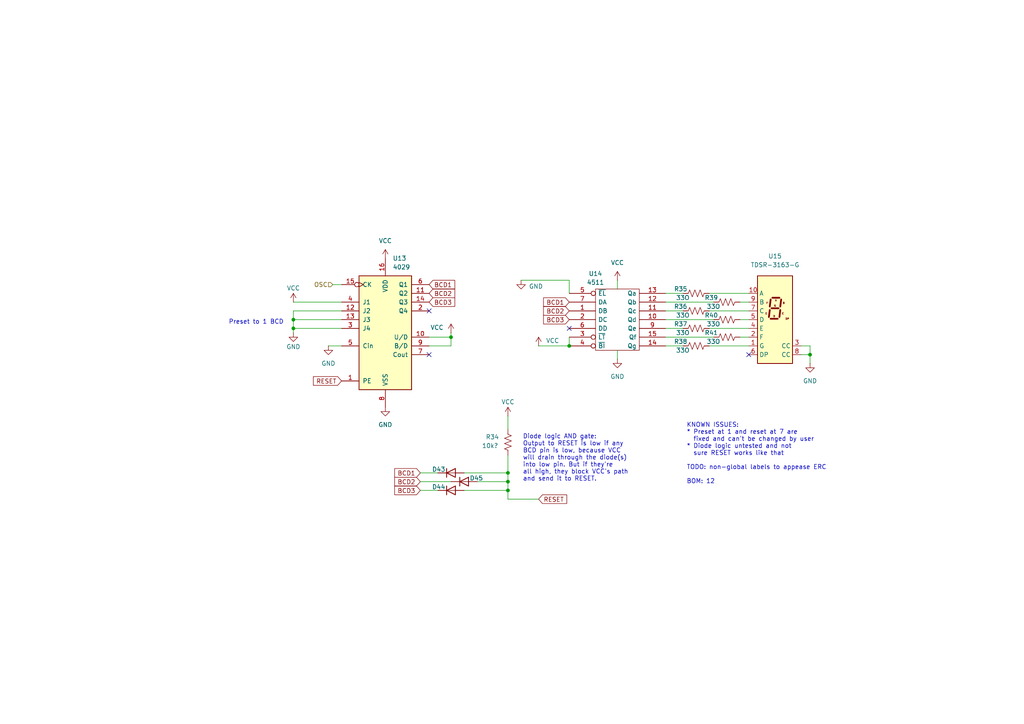
<source format=kicad_sch>
(kicad_sch (version 20250114) (generator "eeschema") (generator_version "9.0")
  (paper "A4")
  (lib_symbols
    (symbol "4xxx:4029" (pin_names (offset 1.016))
      (property "Reference" "U" (at -7.62 16.51 0))
      (property "Value" "4029" (at -7.62 -19.05 0))
      (symbol "4029_1_0"
        (pin input inverted_clock (at -12.7 12.7 0) (length 5.08) (name "CK") (number "15"))
        (pin input line (at -12.7 7.62 0) (length 5.08) (name "J1") (number "4"))
        (pin input line (at -12.7 5.08 0) (length 5.08) (name "J2") (number "12"))
        (pin input line (at -12.7 2.54 0) (length 5.08) (name "J3") (number "13"))
        (pin input line (at -12.7 0 0) (length 5.08) (name "J4") (number "3"))
        (pin input line (at -12.7 -5.08 0) (length 5.08) (name "Cin") (number "5"))
        (pin input line (at -12.7 -15.24 0) (length 5.08) (name "PE") (number "1"))
        (pin power_in line (at 0 20.32 270) (length 5.08) (name "VDD") (number "16"))
        (pin power_in line (at 0 -22.86 90) (length 5.08) (name "VSS") (number "8"))
        (pin output line (at 12.7 12.7 180) (length 5.08) (name "Q1") (number "6"))
        (pin output line (at 12.7 10.16 180) (length 5.08) (name "Q2") (number "11"))
        (pin output line (at 12.7 7.62 180) (length 5.08) (name "Q3") (number "14"))
        (pin output line (at 12.7 5.08 180) (length 5.08) (name "Q4") (number "2"))
        (pin input line (at 12.7 -2.54 180) (length 5.08) (name "U/D") (number "10"))
        (pin input line (at 12.7 -5.08 180) (length 5.08) (name "B/D") (number "9"))
        (pin output line (at 12.7 -7.62 180) (length 5.08) (name "Cout") (number "7"))
      )
      (symbol "4029_1_1"
        (rectangle (start -7.62 15.24) (end 7.62 -17.78) (stroke (width 0.254)) (fill (type background)))
      )
    )
    (symbol "4xxx_IEEE:4511" (pin_names (offset 0.762))
      (property "Reference" "U" (at 8.89 11.43 0))
      (property "Value" "4511" (at 8.89 -11.43 0))
      (symbol "4511_0_1"
        (rectangle (start -6.35 8.89) (end 6.35 -8.89))
      )
      (symbol "4511_1_1"
        (pin input inverted (at -13.97 7.62 0) (length 7.62) (name "~{EL}") (number "5"))
        (pin input line (at -13.97 5.08 0) (length 7.62) (name "DA") (number "7"))
        (pin input line (at -13.97 2.54 0) (length 7.62) (name "DB") (number "1"))
        (pin input line (at -13.97 0 0) (length 7.62) (name "DC") (number "2"))
        (pin input line (at -13.97 -2.54 0) (length 7.62) (name "DD") (number "6"))
        (pin input inverted (at -13.97 -5.08 0) (length 7.62) (name "~{LT}") (number "3"))
        (pin input inverted (at -13.97 -7.62 0) (length 7.62) (name "~{BI}") (number "4"))
        (pin power_in line (at 0 8.89 270) (length 0) (hide yes) (name "Vdd") (number "16"))
        (pin power_in line (at 0 -8.89 90) (length 0) (hide yes) (name "Vss") (number "8"))
        (pin output line (at 13.97 7.62 180) (length 7.62) (name "Qa") (number "13"))
        (pin output line (at 13.97 5.08 180) (length 7.62) (name "Qb") (number "12"))
        (pin output line (at 13.97 2.54 180) (length 7.62) (name "Qc") (number "11"))
        (pin output line (at 13.97 0 180) (length 7.62) (name "Qd") (number "10"))
        (pin output line (at 13.97 -2.54 180) (length 7.62) (name "Qe") (number "9"))
        (pin output line (at 13.97 -5.08 180) (length 7.62) (name "Qf") (number "15"))
        (pin output line (at 13.97 -7.62 180) (length 7.62) (name "Qg") (number "14"))
      )
    )
    (symbol "Device:R_US" (pin_numbers (hide yes)) (pin_names (offset 0))
      (property "Reference" "R" (at 2.54 0 90))
      (property "Value" "R_US" (at -2.54 0 90))
      (symbol "R_US_0_1"
        (polyline (pts (xy 0 2.286) (xy 0 2.54)))
        (polyline (pts (xy 0 2.286) (xy 1.016 1.905) (xy 0 1.524) (xy -1.016 1.143) (xy 0 0.762)))
        (polyline (pts (xy 0 0.762) (xy 1.016 0.381) (xy 0 0) (xy -1.016 -0.381) (xy 0 -0.762)))
        (polyline (pts (xy 0 -0.762) (xy 1.016 -1.143) (xy 0 -1.524) (xy -1.016 -1.905) (xy 0 -2.286)))
        (polyline (pts (xy 0 -2.286) (xy 0 -2.54)))
      )
      (symbol "R_US_1_1"
        (pin passive line (at 0 3.81 270) (length 1.27) (name "~") (number "1"))
        (pin passive line (at 0 -3.81 90) (length 1.27) (name "~") (number "2"))
      )
    )
    (symbol "Diode:1N4148WT" (pin_numbers (hide yes)) (pin_names (hide yes))
      (property "Reference" "D" (at 0 2.54 0))
      (property "Value" "1N4148WT" (at 0 -2.54 0))
      (symbol "1N4148WT_0_1"
        (polyline (pts (xy -1.27 1.27) (xy -1.27 -1.27)) (stroke (width 0.254)))
        (polyline (pts (xy 1.27 1.27) (xy 1.27 -1.27) (xy -1.27 0) (xy 1.27 1.27)) (stroke (width 0.254)))
        (polyline (pts (xy 1.27 0) (xy -1.27 0)))
      )
      (symbol "1N4148WT_1_1"
        (pin passive line (at -3.81 0 0) (length 2.54) (name "K") (number "1"))
        (pin passive line (at 3.81 0 180) (length 2.54) (name "A") (number "2"))
      )
    )
    (symbol "GND_1" (power) (pin_numbers (hide yes)) (pin_names (offset 0) (hide yes))
      (property "Value" "GND" (at 0 -3.81 0))
      (symbol "GND_1_0_1"
        (polyline (pts (xy 0 0) (xy 0 -1.27) (xy 1.27 -1.27) (xy 0 -2.54) (xy -1.27 -1.27) (xy 0 -1.27)))
      )
      (symbol "GND_1_1_1"
        (pin power_in line (at 0 0 270) (length 0) (name "~") (number "1"))
      )
    )
    (symbol "VCC_1" (power) (pin_numbers (hide yes)) (pin_names (offset 0) (hide yes))
      (property "Value" "VCC" (at 0 3.556 0))
      (symbol "VCC_1_0_1"
        (polyline (pts (xy -0.762 1.27) (xy 0 2.54)))
        (polyline (pts (xy 0 2.54) (xy 0.762 1.27)))
        (polyline (pts (xy 0 0) (xy 0 2.54)))
      )
      (symbol "VCC_1_1_1"
        (pin power_in line (at 0 0 90) (length 0) (name "~") (number "1"))
      )
    )
    (symbol "parts_cafe:TDSR-3163-G"
      (property "Reference" "U" (at 0 0 0))
      (property "Value" "TDSR-3163-G" (at 2.54 -29.21 0))
      (symbol "TDSR-3163-G_0_0"
        (text "E" (at 2.54 -12.192 0) (effects (font (size 0.508 0.508))))
        (text "F" (at 2.794 -9.144 0) (effects (font (size 0.508 0.508))))
        (text "D" (at 4.826 -12.954 0) (effects (font (size 0.508 0.508))))
        (text "G" (at 5.08 -9.906 0) (effects (font (size 0.508 0.508))))
        (text "A" (at 5.334 -8.382 0) (effects (font (size 0.508 0.508))))
        (text "C" (at 7.366 -12.192 0) (effects (font (size 0.508 0.508))))
        (text "B" (at 7.62 -9.144 0) (effects (font (size 0.508 0.508))))
        (text "DP" (at 8.636 -13.716 0) (effects (font (size 0.508 0.508))))
      )
      (symbol "TDSR-3163-G_0_1"
        (rectangle (start 0 -1.27) (end 10.16 -26.67) (stroke (width 0.254)) (fill (type background)))
        (polyline (pts (xy 3.556 -11.176) (xy 3.302 -13.208)) (stroke (width 0.508)))
        (polyline (pts (xy 3.81 -8.128) (xy 3.556 -10.16)) (stroke (width 0.508)))
        (polyline (pts (xy 3.81 -13.716) (xy 5.842 -13.716)) (stroke (width 0.508)))
        (polyline (pts (xy 4.064 -10.668) (xy 6.096 -10.668)) (stroke (width 0.508)))
        (polyline (pts (xy 4.318 -7.62) (xy 6.35 -7.62)) (stroke (width 0.508)))
        (polyline (pts (xy 6.604 -11.176) (xy 6.35 -13.208)) (stroke (width 0.508)))
        (polyline (pts (xy 6.858 -8.128) (xy 6.604 -10.16)) (stroke (width 0.508)))
        (polyline (pts (xy 7.62 -13.716) (xy 7.62 -13.716)) (stroke (width 0.508)))
      )
      (symbol "TDSR-3163-G_1_1"
        (pin input line (at -2.54 -6.35 0) (length 2.54) (name "A") (number "10"))
        (pin input line (at -2.54 -8.89 0) (length 2.54) (name "B") (number "9"))
        (pin input line (at -2.54 -11.43 0) (length 2.54) (name "C") (number "7"))
        (pin input line (at -2.54 -13.97 0) (length 2.54) (name "D") (number "5"))
        (pin input line (at -2.54 -16.51 0) (length 2.54) (name "E") (number "4"))
        (pin input line (at -2.54 -19.05 0) (length 2.54) (name "F") (number "2"))
        (pin input line (at -2.54 -21.59 0) (length 2.54) (name "G") (number "1"))
        (pin input line (at -2.54 -24.13 0) (length 2.54) (name "DP") (number "6"))
        (pin input line (at 12.7 -21.59 180) (length 2.54) (name "CC") (number "3"))
        (pin input line (at 12.7 -24.13 180) (length 2.54) (name "CC") (number "8"))
      )
    )
  )
  (text "Diode logic AND gate:\nOutput to RESET is low if any\nBCD pin is low, because VCC\nwill drain through the diode(s)\ninto low pin. But if they're\nall high, they block VCC's path\nand send it to RESET." (at 151.638 132.842 0) (effects (font (size 1.27 1.27)) (justify left)))
  (text "KNOWN ISSUES:\n* Preset at 1 and reset at 7 are\n  fixed and can't be changed by user\n* Diode logic untested and not\n  sure RESET works like that\n\nTODO: non-global labels to appease ERC\n\nBOM: 12" (at 199.136 140.462 0) (effects (font (size 1.27 1.27)) (justify left bottom)))
  (text "Preset to 1 BCD" (at 82.296 93.472 0) (effects (font (size 1.27 1.27)) (justify right)))
  (junction (at 147.32 139.7))
  (junction (at 85.09 95.25))
  (junction (at 147.32 142.24))
  (junction (at 234.95 102.87))
  (junction (at 85.09 92.71))
  (junction (at 165.1 100.33))
  (junction (at 147.32 137.16))
  (junction (at 130.81 97.79))
  (no_connect (at 165.1 95.25))
  (no_connect (at 217.17 102.87))
  (no_connect (at 124.46 90.17))
  (no_connect (at 124.46 102.87))
  (wire (pts (xy 134.62 137.16) (xy 147.32 137.16)))
  (wire (pts (xy 121.92 142.24) (xy 127 142.24)))
  (wire (pts (xy 85.09 96.52) (xy 85.09 95.25)))
  (wire (pts (xy 179.07 104.14) (xy 179.07 101.6)))
  (wire (pts (xy 193.04 90.17) (xy 198.12 90.17)))
  (wire (pts (xy 96.52 82.55) (xy 99.06 82.55)))
  (wire (pts (xy 165.1 81.28) (xy 165.1 85.09)))
  (wire (pts (xy 232.41 100.33) (xy 234.95 100.33)))
  (wire (pts (xy 193.04 87.63) (xy 207.01 87.63)))
  (wire (pts (xy 193.04 95.25) (xy 198.12 95.25)))
  (wire (pts (xy 147.32 139.7) (xy 147.32 142.24)))
  (wire (pts (xy 85.09 92.71) (xy 99.06 92.71)))
  (wire (pts (xy 179.07 81.28) (xy 179.07 83.82)))
  (wire (pts (xy 165.1 97.79) (xy 165.1 100.33)))
  (wire (pts (xy 214.63 87.63) (xy 217.17 87.63)))
  (wire (pts (xy 85.09 87.63) (xy 99.06 87.63)))
  (wire (pts (xy 147.32 132.08) (xy 147.32 137.16)))
  (wire (pts (xy 95.25 100.33) (xy 99.06 100.33)))
  (wire (pts (xy 214.63 97.79) (xy 217.17 97.79)))
  (wire (pts (xy 205.74 100.33) (xy 217.17 100.33)))
  (wire (pts (xy 130.81 96.52) (xy 130.81 97.79)))
  (wire (pts (xy 85.09 95.25) (xy 99.06 95.25)))
  (wire (pts (xy 151.13 81.28) (xy 165.1 81.28)))
  (wire (pts (xy 193.04 85.09) (xy 198.12 85.09)))
  (wire (pts (xy 147.32 120.65) (xy 147.32 124.46)))
  (wire (pts (xy 130.81 97.79) (xy 130.81 100.33)))
  (wire (pts (xy 85.09 90.17) (xy 85.09 92.71)))
  (wire (pts (xy 193.04 92.71) (xy 207.01 92.71)))
  (wire (pts (xy 193.04 97.79) (xy 207.01 97.79)))
  (wire (pts (xy 147.32 144.78) (xy 156.21 144.78)))
  (wire (pts (xy 205.74 85.09) (xy 217.17 85.09)))
  (wire (pts (xy 124.46 97.79) (xy 130.81 97.79)))
  (wire (pts (xy 99.06 90.17) (xy 85.09 90.17)))
  (wire (pts (xy 121.92 139.7) (xy 130.81 139.7)))
  (wire (pts (xy 214.63 92.71) (xy 217.17 92.71)))
  (wire (pts (xy 205.74 95.25) (xy 217.17 95.25)))
  (wire (pts (xy 234.95 100.33) (xy 234.95 102.87)))
  (wire (pts (xy 234.95 102.87) (xy 234.95 105.41)))
  (wire (pts (xy 156.21 100.33) (xy 165.1 100.33)))
  (wire (pts (xy 193.04 100.33) (xy 198.12 100.33)))
  (wire (pts (xy 130.81 100.33) (xy 124.46 100.33)))
  (wire (pts (xy 134.62 142.24) (xy 147.32 142.24)))
  (wire (pts (xy 232.41 102.87) (xy 234.95 102.87)))
  (wire (pts (xy 121.92 137.16) (xy 127 137.16)))
  (wire (pts (xy 147.32 142.24) (xy 147.32 144.78)))
  (wire (pts (xy 85.09 92.71) (xy 85.09 95.25)))
  (wire (pts (xy 138.43 139.7) (xy 147.32 139.7)))
  (wire (pts (xy 147.32 137.16) (xy 147.32 139.7)))
  (wire (pts (xy 205.74 90.17) (xy 217.17 90.17)))
  (global_label "BCD1" (shape input) (at 124.46 82.55 0) (property "Intersheetrefs" "${INTERSHEET_REFS}" (effects (hide yes))))
  (global_label "BCD1" (shape input) (at 121.92 137.16 180) (property "Intersheetrefs" "${INTERSHEET_REFS}" (effects (hide yes))))
  (global_label "BCD1" (shape input) (at 165.1 87.63 180) (property "Intersheetrefs" "${INTERSHEET_REFS}" (effects (hide yes))))
  (global_label "BCD2" (shape input) (at 165.1 90.17 180) (property "Intersheetrefs" "${INTERSHEET_REFS}" (effects (hide yes))))
  (global_label "RESET" (shape input) (at 99.06 110.49 180) (property "Intersheetrefs" "${INTERSHEET_REFS}" (effects (hide yes))))
  (global_label "BCD2" (shape input) (at 124.46 85.09 0) (property "Intersheetrefs" "${INTERSHEET_REFS}" (effects (hide yes))))
  (global_label "BCD2" (shape input) (at 121.92 139.7 180) (property "Intersheetrefs" "${INTERSHEET_REFS}" (effects (hide yes))))
  (global_label "BCD3" (shape input) (at 124.46 87.63 0) (property "Intersheetrefs" "${INTERSHEET_REFS}" (effects (hide yes))))
  (global_label "RESET" (shape input) (at 156.21 144.78 0) (property "Intersheetrefs" "${INTERSHEET_REFS}" (effects (hide yes))))
  (global_label "BCD3" (shape input) (at 121.92 142.24 180) (property "Intersheetrefs" "${INTERSHEET_REFS}" (effects (hide yes))))
  (global_label "BCD3" (shape input) (at 165.1 92.71 180) (property "Intersheetrefs" "${INTERSHEET_REFS}" (effects (hide yes))))
  (hierarchical_label "OSC" (shape input) (at 96.52 82.55 180))
  (symbol (lib_id "4xxx_IEEE:4511") (at 179.07 92.71 0) (unit 1)
    (property "Reference" "U14" (at 172.72 79.375 0))
    (property "Value" "4511" (at 172.72 81.915 0))
  )
  (symbol (lib_id "Diode:1N4148WT") (at 130.81 137.16 0) (unit 1)
    (property "Reference" "D43" (at 127.254 136.144 0))
    (property "Value" "1N4148WT" (effects (hide yes)))
    (property "Footprint" "Diode_SMD:D_SOD-523" (effects (hide yes)))
    (property "Datasheet" "https://www.diodes.com/assets/Datasheets/ds30396.pdf" (effects (hide yes)))
    (property "Description" "75V 0.15A Fast switching Diode, SOD-523" (effects (hide yes)))
    (property "Sim.Device" "D" (effects (hide yes)))
    (property "Sim.Pins" "1=K 2=A" (effects (hide yes)))
  )
  (symbol (lib_name "GND_1") (lib_id "power:GND") (at 95.25 100.33 0) (unit 1)
    (property "Reference" "#PWR042" (effects (hide yes)))
    (property "Value" "GND" (at 95.25 105.41 0))
    (property "Description" "Power symbol creates a global label with name \"GND\" , ground" (effects (hide yes)))
  )
  (symbol (lib_id "parts_cafe:TDSR-3163-G") (at 219.71 78.74 0) (unit 1)
    (property "Reference" "U15" (at 224.79 74.295 0))
    (property "Value" "TDSR-3163-G" (at 224.79 76.835 0))
  )
  (symbol (lib_name "VCC_1") (lib_id "power:VCC") (at 130.81 96.52 0) (mirror y) (unit 1)
    (property "Reference" "#PWR045" (effects (hide yes)))
    (property "Value" "VCC" (at 126.746 94.996 0))
    (property "Description" "Power symbol creates a global label with name \"VCC\"" (effects (hide yes)))
  )
  (symbol (lib_id "Diode:1N4148WT") (at 130.81 142.24 0) (unit 1)
    (property "Reference" "D44" (at 127.254 141.224 0))
    (property "Value" "1N4148WT" (effects (hide yes)))
    (property "Footprint" "Diode_SMD:D_SOD-523" (effects (hide yes)))
    (property "Datasheet" "https://www.diodes.com/assets/Datasheets/ds30396.pdf" (effects (hide yes)))
    (property "Description" "75V 0.15A Fast switching Diode, SOD-523" (effects (hide yes)))
    (property "Sim.Device" "D" (effects (hide yes)))
    (property "Sim.Pins" "1=K 2=A" (effects (hide yes)))
  )
  (symbol (lib_name "GND_1") (lib_id "power:GND") (at 179.07 104.14 0) (unit 1)
    (property "Reference" "#PWR050" (effects (hide yes)))
    (property "Value" "GND" (at 179.07 109.22 0))
    (property "Description" "Power symbol creates a global label with name \"GND\" , ground" (effects (hide yes)))
  )
  (symbol (lib_name "VCC_1") (lib_id "power:VCC") (at 147.32 120.65 0) (unit 1)
    (property "Reference" "#PWR046" (effects (hide yes)))
    (property "Value" "VCC" (at 147.32 116.586 0))
    (property "Description" "Power symbol creates a global label with name \"VCC\"" (effects (hide yes)))
  )
  (symbol (lib_name "GND_1") (lib_id "power:GND") (at 151.13 81.28 0) (unit 1)
    (property "Reference" "#PWR047" (effects (hide yes)))
    (property "Value" "GND" (at 155.448 83.058 0))
    (property "Description" "Power symbol creates a global label with name \"GND\" , ground" (effects (hide yes)))
  )
  (symbol (lib_id "Device:R_US") (at 210.82 87.63 90) (unit 1)
    (property "Reference" "R39" (at 208.28 86.36 90) (effects (justify left)))
    (property "Value" "33O" (at 208.915 88.9 90) (effects (justify left)))
    (property "Footprint" "Resistor_THT:R_Axial_DIN0204_L3.6mm_D1.6mm_P7.62mm_Horizontal" (effects (hide yes)))
  )
  (symbol (lib_name "GND_1") (lib_id "power:GND") (at 85.09 96.52 0) (unit 1)
    (property "Reference" "#PWR041" (effects (hide yes)))
    (property "Value" "GND" (at 85.09 100.584 0))
    (property "Description" "Power symbol creates a global label with name \"GND\" , ground" (effects (hide yes)))
  )
  (symbol (lib_id "Device:R_US") (at 210.82 92.71 90) (unit 1)
    (property "Reference" "R40" (at 208.28 91.44 90) (effects (justify left)))
    (property "Value" "33O" (at 208.915 93.98 90) (effects (justify left)))
    (property "Footprint" "Resistor_THT:R_Axial_DIN0204_L3.6mm_D1.6mm_P7.62mm_Horizontal" (effects (hide yes)))
  )
  (symbol (lib_id "Device:R_US") (at 147.32 128.27 180) (unit 1)
    (property "Reference" "R34" (at 144.78 126.746 0) (effects (justify left)))
    (property "Value" "10k?" (at 144.526 129.286 0) (effects (justify left)))
    (property "Footprint" "Resistor_THT:R_Axial_DIN0204_L3.6mm_D1.6mm_P7.62mm_Horizontal" (effects (hide yes)))
  )
  (symbol (lib_name "GND_1") (lib_id "power:GND") (at 111.76 118.11 0) (unit 1)
    (property "Reference" "#PWR044" (effects (hide yes)))
    (property "Value" "GND" (at 111.76 123.19 0))
    (property "Description" "Power symbol creates a global label with name \"GND\" , ground" (effects (hide yes)))
  )
  (symbol (lib_id "Device:R_US") (at 210.82 97.79 90) (unit 1)
    (property "Reference" "R41" (at 208.28 96.52 90) (effects (justify left)))
    (property "Value" "33O" (at 208.915 99.06 90) (effects (justify left)))
    (property "Footprint" "Resistor_THT:R_Axial_DIN0204_L3.6mm_D1.6mm_P7.62mm_Horizontal" (effects (hide yes)))
  )
  (symbol (lib_name "VCC_1") (lib_id "power:VCC") (at 85.09 87.63 0) (unit 1)
    (property "Reference" "#PWR040" (effects (hide yes)))
    (property "Value" "VCC" (at 85.09 83.566 0))
    (property "Description" "Power symbol creates a global label with name \"VCC\"" (effects (hide yes)))
  )
  (symbol (lib_id "4xxx:4029") (at 111.76 95.25 0) (unit 1)
    (property "Reference" "U13" (at 113.9033 74.93 0) (effects (justify left)))
    (property "Value" "4029" (at 113.9033 77.47 0) (effects (justify left)))
    (property "Datasheet" "http://www.intersil.com/content/dam/Intersil/documents/cd40/cd4029bms.pdf" (effects (hide yes)))
    (property "Description" "Up/Down Counter" (effects (hide yes)))
  )
  (symbol (lib_id "Device:R_US") (at 201.93 90.17 90) (unit 1)
    (property "Reference" "R36" (at 199.39 88.9 90) (effects (justify left)))
    (property "Value" "33O" (at 200.025 91.44 90) (effects (justify left)))
    (property "Footprint" "Resistor_THT:R_Axial_DIN0204_L3.6mm_D1.6mm_P7.62mm_Horizontal" (effects (hide yes)))
  )
  (symbol (lib_name "VCC_1") (lib_id "power:VCC") (at 111.76 74.93 0) (unit 1)
    (property "Reference" "#PWR043" (effects (hide yes)))
    (property "Value" "VCC" (at 111.76 69.85 0))
    (property "Description" "Power symbol creates a global label with name \"VCC\"" (effects (hide yes)))
  )
  (symbol (lib_name "VCC_1") (lib_id "power:VCC") (at 156.21 100.33 0) (unit 1)
    (property "Reference" "#PWR048" (effects (hide yes)))
    (property "Value" "VCC" (at 160.274 98.806 0))
    (property "Description" "Power symbol creates a global label with name \"VCC\"" (effects (hide yes)))
  )
  (symbol (lib_id "Device:R_US") (at 201.93 100.33 90) (unit 1)
    (property "Reference" "R38" (at 199.39 99.06 90) (effects (justify left)))
    (property "Value" "33O" (at 200.025 101.6 90) (effects (justify left)))
    (property "Footprint" "Resistor_THT:R_Axial_DIN0204_L3.6mm_D1.6mm_P7.62mm_Horizontal" (effects (hide yes)))
  )
  (symbol (lib_name "GND_1") (lib_id "power:GND") (at 234.95 105.41 0) (unit 1)
    (property "Reference" "#PWR051" (effects (hide yes)))
    (property "Value" "GND" (at 234.95 110.49 0))
    (property "Description" "Power symbol creates a global label with name \"GND\" , ground" (effects (hide yes)))
  )
  (symbol (lib_id "Device:R_US") (at 201.93 85.09 90) (unit 1)
    (property "Reference" "R35" (at 199.39 83.82 90) (effects (justify left)))
    (property "Value" "33O" (at 200.025 86.36 90) (effects (justify left)))
    (property "Footprint" "Resistor_THT:R_Axial_DIN0204_L3.6mm_D1.6mm_P7.62mm_Horizontal" (effects (hide yes)))
  )
  (symbol (lib_id "Device:R_US") (at 201.93 95.25 90) (unit 1)
    (property "Reference" "R37" (at 199.39 93.98 90) (effects (justify left)))
    (property "Value" "33O" (at 200.025 96.52 90) (effects (justify left)))
    (property "Footprint" "Resistor_THT:R_Axial_DIN0204_L3.6mm_D1.6mm_P7.62mm_Horizontal" (effects (hide yes)))
  )
  (symbol (lib_id "Diode:1N4148WT") (at 134.62 139.7 0) (unit 1)
    (property "Reference" "D45" (at 138.176 138.684 0))
    (property "Value" "1N4148WT" (effects (hide yes)))
    (property "Footprint" "Diode_SMD:D_SOD-523" (effects (hide yes)))
    (property "Datasheet" "https://www.diodes.com/assets/Datasheets/ds30396.pdf" (effects (hide yes)))
    (property "Description" "75V 0.15A Fast switching Diode, SOD-523" (effects (hide yes)))
    (property "Sim.Device" "D" (effects (hide yes)))
    (property "Sim.Pins" "1=K 2=A" (effects (hide yes)))
  )
  (symbol (lib_name "VCC_1") (lib_id "power:VCC") (at 179.07 81.28 0) (unit 1)
    (property "Reference" "#PWR049" (effects (hide yes)))
    (property "Value" "VCC" (at 179.07 76.2 0))
    (property "Description" "Power symbol creates a global label with name \"VCC\"" (effects (hide yes)))
  )
)
</source>
